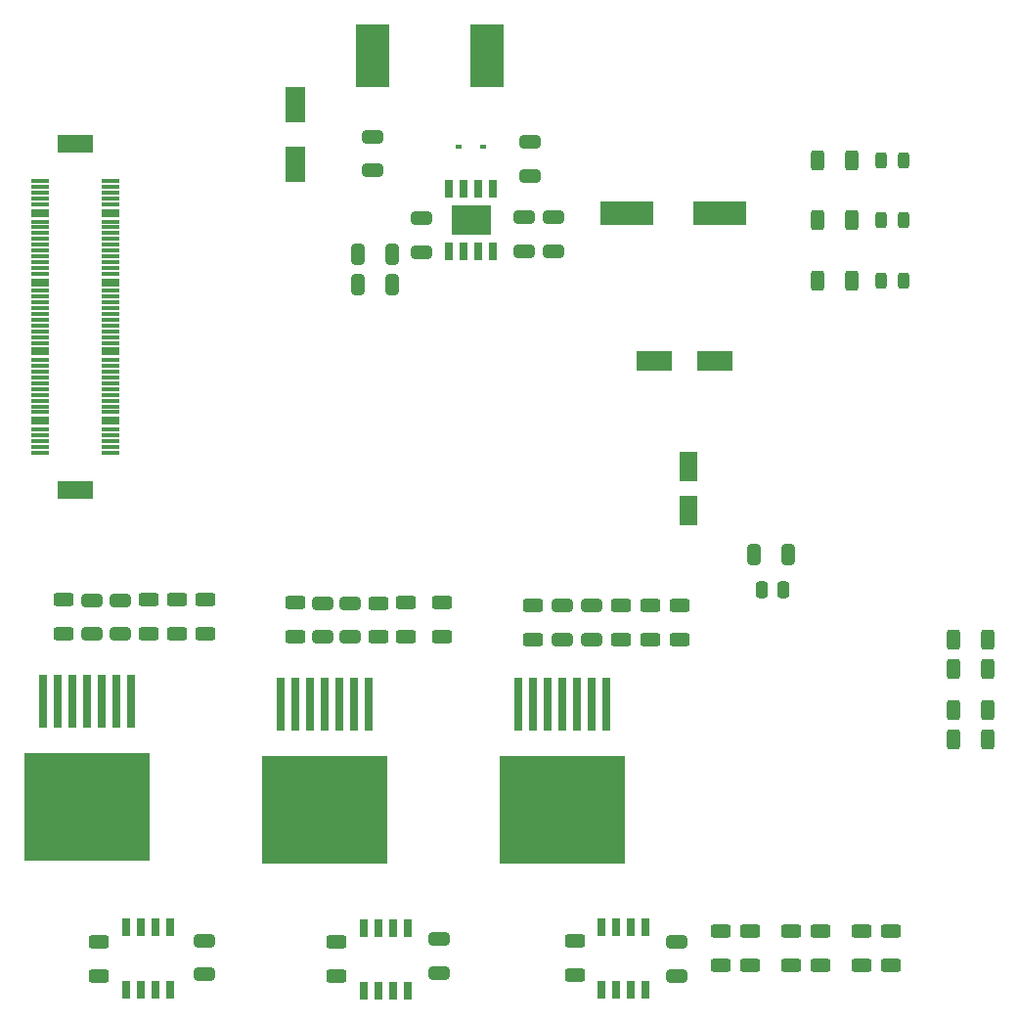
<source format=gbr>
%TF.GenerationSoftware,KiCad,Pcbnew,(6.0.9)*%
%TF.CreationDate,2023-03-24T12:27:37+01:00*%
%TF.ProjectId,twoLevelInverter,74776f4c-6576-4656-9c49-6e7665727465,rev?*%
%TF.SameCoordinates,Original*%
%TF.FileFunction,Paste,Top*%
%TF.FilePolarity,Positive*%
%FSLAX46Y46*%
G04 Gerber Fmt 4.6, Leading zero omitted, Abs format (unit mm)*
G04 Created by KiCad (PCBNEW (6.0.9)) date 2023-03-24 12:27:37*
%MOMM*%
%LPD*%
G01*
G04 APERTURE LIST*
G04 Aperture macros list*
%AMRoundRect*
0 Rectangle with rounded corners*
0 $1 Rounding radius*
0 $2 $3 $4 $5 $6 $7 $8 $9 X,Y pos of 4 corners*
0 Add a 4 corners polygon primitive as box body*
4,1,4,$2,$3,$4,$5,$6,$7,$8,$9,$2,$3,0*
0 Add four circle primitives for the rounded corners*
1,1,$1+$1,$2,$3*
1,1,$1+$1,$4,$5*
1,1,$1+$1,$6,$7*
1,1,$1+$1,$8,$9*
0 Add four rect primitives between the rounded corners*
20,1,$1+$1,$2,$3,$4,$5,0*
20,1,$1+$1,$4,$5,$6,$7,0*
20,1,$1+$1,$6,$7,$8,$9,0*
20,1,$1+$1,$8,$9,$2,$3,0*%
G04 Aperture macros list end*
%ADD10RoundRect,0.243750X-0.243750X-0.456250X0.243750X-0.456250X0.243750X0.456250X-0.243750X0.456250X0*%
%ADD11RoundRect,0.243750X0.243750X0.456250X-0.243750X0.456250X-0.243750X-0.456250X0.243750X-0.456250X0*%
%ADD12R,1.800000X3.050000*%
%ADD13RoundRect,0.250000X0.650000X-0.325000X0.650000X0.325000X-0.650000X0.325000X-0.650000X-0.325000X0*%
%ADD14RoundRect,0.250000X-0.625000X0.312500X-0.625000X-0.312500X0.625000X-0.312500X0.625000X0.312500X0*%
%ADD15R,0.700000X1.525000*%
%ADD16R,3.450000X2.560000*%
%ADD17RoundRect,0.250000X-0.650000X0.325000X-0.650000X-0.325000X0.650000X-0.325000X0.650000X0.325000X0*%
%ADD18R,0.650000X1.525000*%
%ADD19RoundRect,0.250000X0.625000X-0.312500X0.625000X0.312500X-0.625000X0.312500X-0.625000X-0.312500X0*%
%ADD20R,1.600000X0.300000*%
%ADD21R,3.100000X1.600000*%
%ADD22R,1.600000X0.700000*%
%ADD23R,0.800000X4.600000*%
%ADD24R,10.800000X9.400000*%
%ADD25RoundRect,0.250000X-0.250000X-0.475000X0.250000X-0.475000X0.250000X0.475000X-0.250000X0.475000X0*%
%ADD26R,4.650000X2.050000*%
%ADD27RoundRect,0.250000X0.312500X0.625000X-0.312500X0.625000X-0.312500X-0.625000X0.312500X-0.625000X0*%
%ADD28RoundRect,0.250000X-0.325000X-0.650000X0.325000X-0.650000X0.325000X0.650000X-0.325000X0.650000X0*%
%ADD29R,2.900000X5.400000*%
%ADD30RoundRect,0.250000X-0.312500X-0.625000X0.312500X-0.625000X0.312500X0.625000X-0.312500X0.625000X0*%
%ADD31R,3.050000X1.800000*%
%ADD32R,1.500000X2.550000*%
%ADD33R,0.600000X0.450000*%
G04 APERTURE END LIST*
D10*
%TO.C,U14*%
X224019500Y-66929000D03*
X225894500Y-66929000D03*
%TD*%
%TO.C,U1*%
X224019500Y-61722000D03*
X225894500Y-61722000D03*
%TD*%
D11*
%TO.C,D1*%
X225894500Y-56515000D03*
X224019500Y-56515000D03*
%TD*%
D12*
%TO.C,C16*%
X173228000Y-51717000D03*
X173228000Y-56917000D03*
%TD*%
D13*
%TO.C,C11*%
X195580000Y-61439000D03*
X195580000Y-64389000D03*
%TD*%
D14*
%TO.C,R15*%
X206502000Y-95119000D03*
X206502000Y-98044000D03*
%TD*%
D13*
%TO.C,C12*%
X193040000Y-64389000D03*
X193040000Y-61439000D03*
%TD*%
D15*
%TO.C,IC1*%
X186563000Y-64434000D03*
X187833000Y-64434000D03*
X189103000Y-64434000D03*
X190373000Y-64434000D03*
X190373000Y-59010000D03*
X189103000Y-59010000D03*
X187833000Y-59010000D03*
X186563000Y-59010000D03*
D16*
X188468000Y-61722000D03*
%TD*%
D17*
%TO.C,C6*%
X178045200Y-94867000D03*
X178045200Y-97817000D03*
%TD*%
D13*
%TO.C,R18*%
X184150000Y-64516000D03*
X184150000Y-61566000D03*
%TD*%
D17*
%TO.C,C15*%
X179959000Y-54483000D03*
X179959000Y-57433000D03*
%TD*%
D18*
%TO.C,IC2*%
X158623000Y-128319000D03*
X159893000Y-128319000D03*
X161163000Y-128319000D03*
X162433000Y-128319000D03*
X162433000Y-122895000D03*
X161163000Y-122895000D03*
X159893000Y-122895000D03*
X158623000Y-122895000D03*
%TD*%
D14*
%TO.C,R12*%
X193802000Y-95119000D03*
X193802000Y-98044000D03*
%TD*%
%TO.C,R13*%
X201422000Y-95119000D03*
X201422000Y-98044000D03*
%TD*%
%TO.C,R14*%
X203962000Y-95119000D03*
X203962000Y-98044000D03*
%TD*%
D19*
%TO.C,R27*%
X222250000Y-126238000D03*
X222250000Y-123313000D03*
%TD*%
D20*
%TO.C,J1*%
X157228000Y-58354000D03*
X151128000Y-58354000D03*
X157228000Y-58854000D03*
X151128000Y-58854000D03*
X157228000Y-59354000D03*
X151128000Y-59354000D03*
X157228000Y-59854000D03*
X151128000Y-59854000D03*
X157228000Y-60354000D03*
X151128000Y-60354000D03*
X157228000Y-61854000D03*
X151128000Y-61854000D03*
X157228000Y-62354000D03*
X151128000Y-62354000D03*
X157228000Y-62854000D03*
X151128000Y-62854000D03*
X157228000Y-63354000D03*
X151128000Y-63354000D03*
X157228000Y-63854000D03*
X151128000Y-63854000D03*
X157228000Y-64354000D03*
X151128000Y-64354000D03*
X157228000Y-64854000D03*
X151128000Y-64854000D03*
X157228000Y-65354000D03*
X151128000Y-65354000D03*
X157228000Y-65854000D03*
X151128000Y-65854000D03*
X157228000Y-66354000D03*
X151128000Y-66354000D03*
X157228000Y-67854000D03*
X151128000Y-67854000D03*
X157228000Y-68354000D03*
X151128000Y-68354000D03*
X157228000Y-68854000D03*
X151128000Y-68854000D03*
X157228000Y-69354000D03*
X151128000Y-69354000D03*
X157228000Y-69854000D03*
X151128000Y-69854000D03*
X157228000Y-70354000D03*
X151128000Y-70354000D03*
X157228000Y-70854000D03*
X151128000Y-70854000D03*
X157228000Y-71354000D03*
X151128000Y-71354000D03*
X157228000Y-71854000D03*
X151128000Y-71854000D03*
X157228000Y-72354000D03*
X151128000Y-72354000D03*
X157228000Y-73854000D03*
X151128000Y-73854000D03*
X157228000Y-74354000D03*
X151128000Y-74354000D03*
X157228000Y-74854000D03*
X151128000Y-74854000D03*
X157228000Y-75354000D03*
X151128000Y-75354000D03*
X157228000Y-75854000D03*
X151128000Y-75854000D03*
X157228000Y-76354000D03*
X151128000Y-76354000D03*
X157228000Y-76854000D03*
X151128000Y-76854000D03*
X157228000Y-77354000D03*
X151128000Y-77354000D03*
X157228000Y-77854000D03*
X151128000Y-77854000D03*
X157228000Y-78354000D03*
X151128000Y-78354000D03*
X157228000Y-79854000D03*
X151128000Y-79854000D03*
X157228000Y-80354000D03*
X151128000Y-80354000D03*
X157228000Y-80854000D03*
X151128000Y-80854000D03*
X157228000Y-81354000D03*
X151128000Y-81354000D03*
X157228000Y-81854000D03*
X151128000Y-81854000D03*
D21*
X154178000Y-55154000D03*
D22*
X151128000Y-61104000D03*
X151128000Y-67104000D03*
X151128000Y-73104000D03*
X151128000Y-79104000D03*
D21*
X154178000Y-85054000D03*
D22*
X157228000Y-79104000D03*
X157228000Y-73104000D03*
X157228000Y-67104000D03*
X157228000Y-61104000D03*
%TD*%
D23*
%TO.C,IC3*%
X159004000Y-103372000D03*
X157734000Y-103372000D03*
X156464000Y-103372000D03*
X155194000Y-103372000D03*
X153924000Y-103372000D03*
X152654000Y-103372000D03*
X151384000Y-103372000D03*
D24*
X155194000Y-112522000D03*
%TD*%
D25*
%TO.C,L2*%
X213614000Y-93726000D03*
X215514000Y-93726000D03*
%TD*%
D26*
%TO.C,C9*%
X201994000Y-61087000D03*
X209994000Y-61087000D03*
%TD*%
D27*
%TO.C,R25*%
X233172000Y-104140000D03*
X230247000Y-104140000D03*
%TD*%
D14*
%TO.C,R10*%
X185928000Y-94859500D03*
X185928000Y-97784500D03*
%TD*%
D28*
%TO.C,C14*%
X181610000Y-67310000D03*
X178660000Y-67310000D03*
%TD*%
D14*
%TO.C,R8*%
X180438800Y-94867000D03*
X180438800Y-97792000D03*
%TD*%
D29*
%TO.C,L1*%
X189862000Y-47498000D03*
X179962000Y-47498000D03*
%TD*%
D18*
%TO.C,IC4*%
X179197000Y-128442000D03*
X180467000Y-128442000D03*
X181737000Y-128442000D03*
X183007000Y-128442000D03*
X183007000Y-123018000D03*
X181737000Y-123018000D03*
X180467000Y-123018000D03*
X179197000Y-123018000D03*
%TD*%
D14*
%TO.C,R24*%
X218694000Y-123313000D03*
X218694000Y-126238000D03*
%TD*%
%TO.C,R5*%
X165481000Y-94611000D03*
X165481000Y-97536000D03*
%TD*%
D30*
%TO.C,R1*%
X218501500Y-56515000D03*
X221426500Y-56515000D03*
%TD*%
D14*
%TO.C,R28*%
X224790000Y-123313000D03*
X224790000Y-126238000D03*
%TD*%
D31*
%TO.C,C18*%
X204350000Y-73914000D03*
X209550000Y-73914000D03*
%TD*%
D17*
%TO.C,C4*%
X185674000Y-123952000D03*
X185674000Y-126902000D03*
%TD*%
D19*
%TO.C,R6*%
X156210000Y-124206000D03*
X156210000Y-127131000D03*
%TD*%
D27*
%TO.C,U15*%
X218501500Y-66929000D03*
X221426500Y-66929000D03*
%TD*%
D17*
%TO.C,C7*%
X206248000Y-127172000D03*
X206248000Y-124222000D03*
%TD*%
D13*
%TO.C,C13*%
X193548000Y-57912000D03*
X193548000Y-54962000D03*
%TD*%
D19*
%TO.C,R23*%
X216154000Y-126238000D03*
X216154000Y-123313000D03*
%TD*%
%TO.C,R19*%
X210058000Y-126238000D03*
X210058000Y-123313000D03*
%TD*%
D17*
%TO.C,C8*%
X196342000Y-95119000D03*
X196342000Y-98069000D03*
%TD*%
D14*
%TO.C,R7*%
X173228000Y-94859500D03*
X173228000Y-97784500D03*
%TD*%
D23*
%TO.C,IC7*%
X200152000Y-103626000D03*
X198882000Y-103626000D03*
X197612000Y-103626000D03*
X196342000Y-103626000D03*
X195072000Y-103626000D03*
X193802000Y-103626000D03*
X192532000Y-103626000D03*
D24*
X196342000Y-112776000D03*
%TD*%
D14*
%TO.C,R20*%
X212598000Y-123313000D03*
X212598000Y-126238000D03*
%TD*%
%TO.C,R9*%
X182802400Y-94859500D03*
X182802400Y-97784500D03*
%TD*%
D17*
%TO.C,C1*%
X165354000Y-124083000D03*
X165354000Y-127033000D03*
%TD*%
D30*
%TO.C,R26*%
X233172000Y-106680000D03*
X230247000Y-106680000D03*
%TD*%
D19*
%TO.C,R16*%
X197485000Y-127049000D03*
X197485000Y-124124000D03*
%TD*%
D27*
%TO.C,R21*%
X230247000Y-100584000D03*
X233172000Y-100584000D03*
%TD*%
D32*
%TO.C,D3*%
X207264000Y-86858000D03*
X207264000Y-83058000D03*
%TD*%
D27*
%TO.C,U2*%
X221426500Y-61722000D03*
X218501500Y-61722000D03*
%TD*%
D14*
%TO.C,R3*%
X160601400Y-94611000D03*
X160601400Y-97536000D03*
%TD*%
D18*
%TO.C,IC6*%
X199771000Y-128360000D03*
X201041000Y-128360000D03*
X202311000Y-128360000D03*
X203581000Y-128360000D03*
X203581000Y-122936000D03*
X202311000Y-122936000D03*
X201041000Y-122936000D03*
X199771000Y-122936000D03*
%TD*%
D19*
%TO.C,R11*%
X176784000Y-127131000D03*
X176784000Y-124206000D03*
%TD*%
D33*
%TO.C,D2*%
X189518000Y-55372000D03*
X187418000Y-55372000D03*
%TD*%
D14*
%TO.C,R2*%
X153162000Y-94611000D03*
X153162000Y-97536000D03*
%TD*%
D28*
%TO.C,C17*%
X212979000Y-90678000D03*
X215929000Y-90678000D03*
%TD*%
D30*
%TO.C,R22*%
X230247000Y-98044000D03*
X233172000Y-98044000D03*
%TD*%
D14*
%TO.C,R4*%
X163041200Y-94611000D03*
X163041200Y-97536000D03*
%TD*%
D24*
%TO.C,IC5*%
X175768000Y-112776000D03*
D23*
X171958000Y-103626000D03*
X173228000Y-103626000D03*
X174498000Y-103626000D03*
X175768000Y-103626000D03*
X177038000Y-103626000D03*
X178308000Y-103626000D03*
X179578000Y-103626000D03*
%TD*%
D28*
%TO.C,R17*%
X178660000Y-64699000D03*
X181610000Y-64699000D03*
%TD*%
D17*
%TO.C,C3*%
X158131600Y-94618500D03*
X158131600Y-97568500D03*
%TD*%
%TO.C,C10*%
X198882000Y-95119000D03*
X198882000Y-98069000D03*
%TD*%
%TO.C,C2*%
X155631800Y-94618500D03*
X155631800Y-97568500D03*
%TD*%
%TO.C,C5*%
X175621600Y-97817000D03*
X175621600Y-94867000D03*
%TD*%
M02*

</source>
